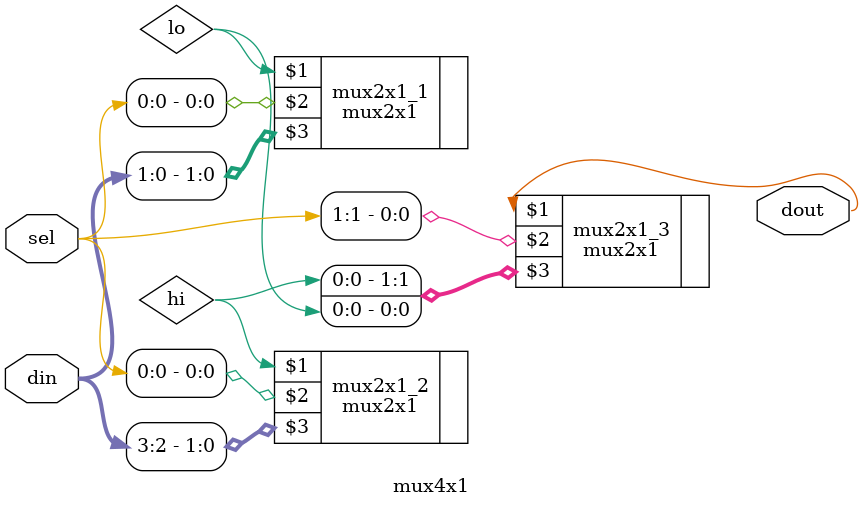
<source format=v>
`timescale 10ns / 1ns
`include "mux2x1.v"

module mux4x1(dout, sel, din);

output dout;
input [1:0] sel;
input [3:0] din;

wire lo, hi;

mux2x1 mux2x1_1(lo, sel[0], din[1:0]);
mux2x1 mux2x1_2(hi, sel[0], din[3:2]);
mux2x1 mux2x1_3(dout, sel[1], {hi, lo});

endmodule
</source>
